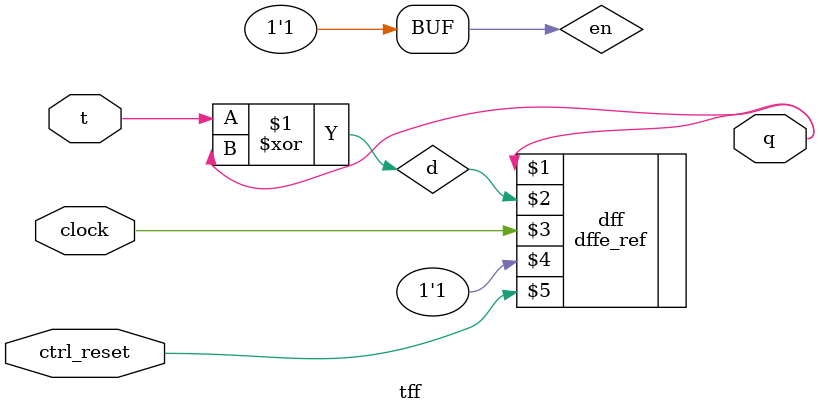
<source format=v>
module tff(t, clock, ctrl_reset, q);

    input t, clock, ctrl_reset;
    output q;

    wire d;
    xor xor_d (d, t, q);

    wire en;
    assign en = 1'b1;

    dffe_ref dff (q, d, clock, en, ctrl_reset);

endmodule
</source>
